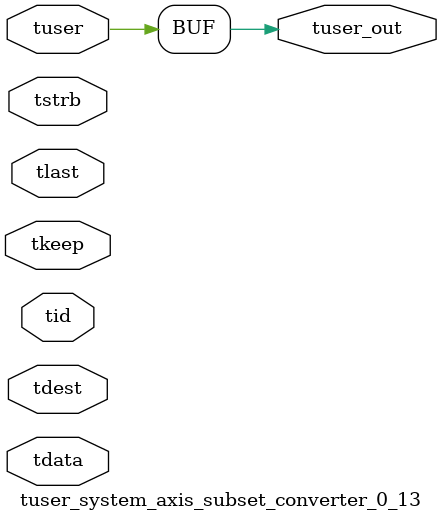
<source format=v>


`timescale 1ps/1ps

module tuser_system_axis_subset_converter_0_13 #
(
parameter C_S_AXIS_TUSER_WIDTH = 1,
parameter C_S_AXIS_TDATA_WIDTH = 32,
parameter C_S_AXIS_TID_WIDTH   = 0,
parameter C_S_AXIS_TDEST_WIDTH = 0,
parameter C_M_AXIS_TUSER_WIDTH = 1
)
(
input  [(C_S_AXIS_TUSER_WIDTH == 0 ? 1 : C_S_AXIS_TUSER_WIDTH)-1:0     ] tuser,
input  [(C_S_AXIS_TDATA_WIDTH == 0 ? 1 : C_S_AXIS_TDATA_WIDTH)-1:0     ] tdata,
input  [(C_S_AXIS_TID_WIDTH   == 0 ? 1 : C_S_AXIS_TID_WIDTH)-1:0       ] tid,
input  [(C_S_AXIS_TDEST_WIDTH == 0 ? 1 : C_S_AXIS_TDEST_WIDTH)-1:0     ] tdest,
input  [(C_S_AXIS_TDATA_WIDTH/8)-1:0 ] tkeep,
input  [(C_S_AXIS_TDATA_WIDTH/8)-1:0 ] tstrb,
input                                                                    tlast,
output [C_M_AXIS_TUSER_WIDTH-1:0] tuser_out
);

assign tuser_out = {tuser[0:0]};

endmodule


</source>
